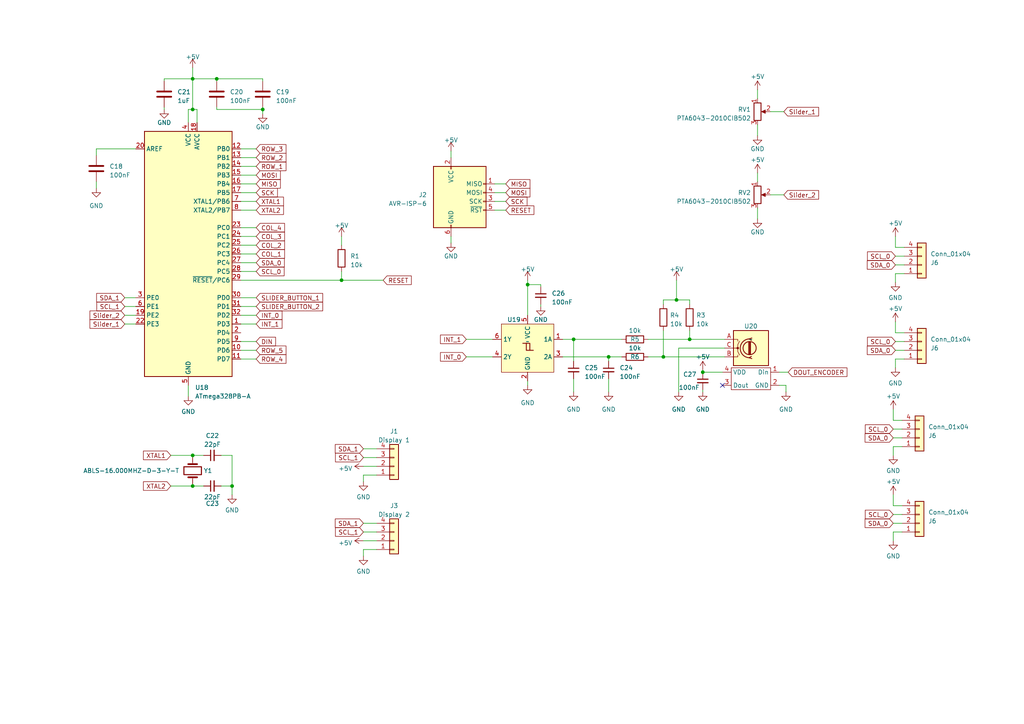
<source format=kicad_sch>
(kicad_sch (version 20230121) (generator eeschema)
  (paper "A4")
  (lib_symbols
    (symbol "Connector:AVR-ISP-6" (pin_names (offset 1.016))
      (property "Reference" "J" (at -6.35 11.43 0))
      (property "Value" "AVR-ISP-6" (at 0 11.43 0))
      (symbol "AVR-ISP-6_0_1"
        (rectangle (start -2.667 -6.858) (end -2.413 -7.62))
        (rectangle (start -2.667 10.16) (end -2.413 9.398))
        (rectangle (start 7.62 -2.413) (end 6.858 -2.667))
        (rectangle (start 7.62 0.127) (end 6.858 -0.127))
        (rectangle (start 7.62 2.667) (end 6.858 2.413))
        (rectangle (start 7.62 5.207) (end 6.858 4.953))
        (rectangle (start 7.62 10.16) (end -7.62 -7.62) (stroke (width 0.254)) (fill (type background)))
      )
      (symbol "AVR-ISP-6_1_1"
        (pin passive line (at 10.16 5.08 180) (length 2.54) (name "MISO") (number "1"))
        (pin passive line (at -2.54 12.7 270) (length 2.54) (name "VCC") (number "2"))
        (pin passive line (at 10.16 0 180) (length 2.54) (name "SCK") (number "3"))
        (pin passive line (at 10.16 2.54 180) (length 2.54) (name "MOSI") (number "4"))
        (pin passive line (at 10.16 -2.54 180) (length 2.54) (name "~{RST}") (number "5"))
        (pin passive line (at -2.54 -10.16 90) (length 2.54) (name "GND") (number "6"))
      )
    )
    (symbol "Connector_Generic:Conn_01x04" (pin_names (offset 1.016) hide)
      (property "Reference" "J" (at 0 5.08 0))
      (property "Value" "Conn_01x04" (at 0 -7.62 0))
      (symbol "Conn_01x04_1_1"
        (rectangle (start -1.27 -4.953) (end 0 -5.207) (stroke (width 0.1524)))
        (rectangle (start -1.27 -2.413) (end 0 -2.667) (stroke (width 0.1524)))
        (rectangle (start -1.27 0.127) (end 0 -0.127) (stroke (width 0.1524)))
        (rectangle (start -1.27 2.667) (end 0 2.413) (stroke (width 0.1524)))
        (rectangle (start -1.27 3.81) (end 1.27 -6.35) (stroke (width 0.254)) (fill (type background)))
        (pin passive line (at -5.08 2.54 0) (length 3.81) (name "Pin_1") (number "1"))
        (pin passive line (at -5.08 0 0) (length 3.81) (name "Pin_2") (number "2"))
        (pin passive line (at -5.08 -2.54 0) (length 3.81) (name "Pin_3") (number "3"))
        (pin passive line (at -5.08 -5.08 0) (length 3.81) (name "Pin_4") (number "4"))
      )
    )
    (symbol "Device:C" (pin_numbers hide) (pin_names (offset 0.254))
      (property "Reference" "C" (at 0.635 2.54 0))
      (property "Value" "C" (at 0.635 -2.54 0))
      (symbol "C_0_1"
        (polyline (pts (xy -2.032 -0.762) (xy 2.032 -0.762)) (stroke (width 0.508)))
        (polyline (pts (xy -2.032 0.762) (xy 2.032 0.762)) (stroke (width 0.508)))
      )
      (symbol "C_1_1"
        (pin passive line (at 0 3.81 270) (length 2.794) (name "~") (number "1"))
        (pin passive line (at 0 -3.81 90) (length 2.794) (name "~") (number "2"))
      )
    )
    (symbol "Device:C_Small" (pin_numbers hide) (pin_names (offset 0.254) hide)
      (property "Reference" "C" (at 0.254 1.778 0))
      (property "Value" "C_Small" (at 0.254 -2.032 0))
      (symbol "C_Small_0_1"
        (polyline (pts (xy -1.524 -0.508) (xy 1.524 -0.508)) (stroke (width 0.3302)))
        (polyline (pts (xy -1.524 0.508) (xy 1.524 0.508)) (stroke (width 0.3048)))
      )
      (symbol "C_Small_1_1"
        (pin passive line (at 0 2.54 270) (length 2.032) (name "~") (number "1"))
        (pin passive line (at 0 -2.54 90) (length 2.032) (name "~") (number "2"))
      )
    )
    (symbol "Device:Crystal" (pin_numbers hide) (pin_names (offset 1.016) hide)
      (property "Reference" "Y" (at 0 3.81 0))
      (property "Value" "Crystal" (at 0 -3.81 0))
      (symbol "Crystal_0_1"
        (rectangle (start -1.143 2.54) (end 1.143 -2.54) (stroke (width 0.3048)))
        (polyline (pts (xy -2.54 0) (xy -1.905 0)))
        (polyline (pts (xy -1.905 -1.27) (xy -1.905 1.27)) (stroke (width 0.508)))
        (polyline (pts (xy 1.905 -1.27) (xy 1.905 1.27)) (stroke (width 0.508)))
        (polyline (pts (xy 2.54 0) (xy 1.905 0)))
      )
      (symbol "Crystal_1_1"
        (pin passive line (at -3.81 0 0) (length 1.27) (name "1") (number "1"))
        (pin passive line (at 3.81 0 180) (length 1.27) (name "2") (number "2"))
      )
    )
    (symbol "Device:R" (pin_numbers hide) (pin_names (offset 0))
      (property "Reference" "R" (at 2.032 0 90))
      (property "Value" "R" (at 0 0 90))
      (symbol "R_0_1"
        (rectangle (start -1.016 -2.54) (end 1.016 2.54) (stroke (width 0.254)))
      )
      (symbol "R_1_1"
        (pin passive line (at 0 3.81 270) (length 1.27) (name "~") (number "1"))
        (pin passive line (at 0 -3.81 90) (length 1.27) (name "~") (number "2"))
      )
    )
    (symbol "Device:R_Potentiometer" (pin_names (offset 1.016) hide)
      (property "Reference" "RV" (at -4.445 0 90))
      (property "Value" "R_Potentiometer" (at -2.54 0 90))
      (symbol "R_Potentiometer_0_1"
        (polyline (pts (xy 2.54 0) (xy 1.524 0)))
        (polyline (pts (xy 1.143 0) (xy 2.286 0.508) (xy 2.286 -0.508) (xy 1.143 0)) (fill (type outline)))
        (rectangle (start 1.016 2.54) (end -1.016 -2.54) (stroke (width 0.254)))
      )
      (symbol "R_Potentiometer_1_1"
        (pin passive line (at 0 3.81 270) (length 1.27) (name "1") (number "1"))
        (pin passive line (at 3.81 0 180) (length 1.27) (name "2") (number "2"))
        (pin passive line (at 0 -3.81 90) (length 1.27) (name "3") (number "3"))
      )
    )
    (symbol "Encoder:Alps_EC12_with_Neopixel"
      (property "Reference" "U" (at 0 3.81 0))
      (symbol "Alps_EC12_with_Neopixel_0_1"
        (rectangle (start -5.715 -8.255) (end 5.715 -14.605))
        (rectangle (start -5.08 2.54) (end 5.08 -7.62) (stroke (width 0.254)) (fill (type background)))
        (circle (center -3.81 -2.54) (radius 0.254) (fill (type outline)))
        (circle (center -0.381 -2.54) (radius 1.905) (stroke (width 0.254)))
        (arc (start -0.381 0.127) (mid -3.0988 -2.6035) (end -0.381 -5.334) (stroke (width 0.254)))
        (polyline (pts (xy -0.635 -4.318) (xy -0.635 -0.762)) (stroke (width 0.254)))
        (polyline (pts (xy -0.381 -4.318) (xy -0.381 -0.762)) (stroke (width 0.254)))
        (polyline (pts (xy -0.127 -0.762) (xy -0.127 -4.318)) (stroke (width 0.254)))
        (polyline (pts (xy -5.08 -5.08) (xy -3.81 -5.08) (xy -3.81 -4.572)))
        (polyline (pts (xy -5.08 0) (xy -3.81 0) (xy -3.81 -0.508)))
        (polyline (pts (xy 0.254 -5.588) (xy -0.508 -5.334) (xy 0.127 -4.953)) (stroke (width 0.254)))
        (polyline (pts (xy 0.254 0.381) (xy -0.508 0.127) (xy 0.127 -0.254)) (stroke (width 0.254)))
        (polyline (pts (xy -5.08 -2.54) (xy -3.81 -2.54) (xy -3.81 -3.556) (xy -3.302 -4.572)))
        (polyline (pts (xy -4.318 -2.54) (xy -3.81 -2.54) (xy -3.81 -1.524) (xy -3.302 -0.508)))
      )
      (symbol "Alps_EC12_with_Neopixel_1_1"
        (pin input line (at 8.255 -9.525 180) (length 2.54) (name "Din") (number "1"))
        (pin input line (at 8.255 -13.335 180) (length 2.54) (name "GND") (number "2"))
        (pin input line (at -8.255 -13.335 0) (length 2.54) (name "Dout") (number "3"))
        (pin input line (at -8.255 -9.525 0) (length 2.54) (name "VDD") (number "4"))
        (pin passive line (at -7.62 0 0) (length 2.54) (name "") (number "A"))
        (pin passive line (at -7.62 -5.08 0) (length 2.54) (name "") (number "B"))
        (pin passive line (at -7.62 -2.54 0) (length 2.54) (name "") (number "C"))
      )
    )
    (symbol "ICs:SN74LVC2G17DCKR"
      (property "Reference" "U" (at 1.905 9.525 0))
      (symbol "SN74LVC2G17DCKR_0_1"
        (polyline (pts (xy 0.381 1.397) (xy 1.397 1.397)) (stroke (width 0.254)) (fill (type background)))
        (polyline (pts (xy -0.635 -0.635) (xy -0.635 1.397) (xy 0.381 1.397) (xy 0.381 -0.635) (xy -1.651 -0.635)) (stroke (width 0.254)) (fill (type background)))
      )
      (symbol "SN74LVC2G17DCKR_1_1"
        (rectangle (start -7.62 6.985) (end 7.62 -6.985) (fill (type background)))
        (pin input line (at -10.16 2.54 0) (length 2.54) (name "1A") (number "1"))
        (pin input line (at 0 -9.525 90) (length 2.54) (name "GND") (number "2"))
        (pin input line (at -10.16 -2.54 0) (length 2.54) (name "2A") (number "3"))
        (pin input line (at 10.16 -2.54 180) (length 2.54) (name "2Y") (number "4"))
        (pin input line (at 0 9.525 270) (length 2.54) (name "VCC") (number "5"))
        (pin input line (at 10.16 2.54 180) (length 2.54) (name "1Y") (number "6"))
      )
    )
    (symbol "MCU_Microchip_ATmega:ATmega328PB-A"
      (property "Reference" "U" (at -12.7 36.83 0))
      (property "Value" "ATmega328PB-A" (at 2.54 -36.83 0))
      (symbol "ATmega328PB-A_0_1"
        (rectangle (start -12.7 -35.56) (end 12.7 35.56) (stroke (width 0.254)) (fill (type background)))
      )
      (symbol "ATmega328PB-A_1_1"
        (pin bidirectional line (at 15.24 -20.32 180) (length 2.54) (name "PD3") (number "1"))
        (pin bidirectional line (at 15.24 -27.94 180) (length 2.54) (name "PD6") (number "10"))
        (pin bidirectional line (at 15.24 -30.48 180) (length 2.54) (name "PD7") (number "11"))
        (pin bidirectional line (at 15.24 30.48 180) (length 2.54) (name "PB0") (number "12"))
        (pin bidirectional line (at 15.24 27.94 180) (length 2.54) (name "PB1") (number "13"))
        (pin bidirectional line (at 15.24 25.4 180) (length 2.54) (name "PB2") (number "14"))
        (pin bidirectional line (at 15.24 22.86 180) (length 2.54) (name "PB3") (number "15"))
        (pin bidirectional line (at 15.24 20.32 180) (length 2.54) (name "PB4") (number "16"))
        (pin bidirectional line (at 15.24 17.78 180) (length 2.54) (name "PB5") (number "17"))
        (pin power_in line (at 2.54 38.1 270) (length 2.54) (name "AVCC") (number "18"))
        (pin bidirectional line (at -15.24 -17.78 0) (length 2.54) (name "PE2") (number "19"))
        (pin bidirectional line (at 15.24 -22.86 180) (length 2.54) (name "PD4") (number "2"))
        (pin passive line (at -15.24 30.48 0) (length 2.54) (name "AREF") (number "20"))
        (pin passive line (at 0 -38.1 90) (length 2.54) hide (name "GND") (number "21"))
        (pin bidirectional line (at -15.24 -20.32 0) (length 2.54) (name "PE3") (number "22"))
        (pin bidirectional line (at 15.24 7.62 180) (length 2.54) (name "PC0") (number "23"))
        (pin bidirectional line (at 15.24 5.08 180) (length 2.54) (name "PC1") (number "24"))
        (pin bidirectional line (at 15.24 2.54 180) (length 2.54) (name "PC2") (number "25"))
        (pin bidirectional line (at 15.24 0 180) (length 2.54) (name "PC3") (number "26"))
        (pin bidirectional line (at 15.24 -2.54 180) (length 2.54) (name "PC4") (number "27"))
        (pin bidirectional line (at 15.24 -5.08 180) (length 2.54) (name "PC5") (number "28"))
        (pin bidirectional line (at 15.24 -7.62 180) (length 2.54) (name "~{RESET}/PC6") (number "29"))
        (pin bidirectional line (at -15.24 -12.7 0) (length 2.54) (name "PE0") (number "3"))
        (pin bidirectional line (at 15.24 -12.7 180) (length 2.54) (name "PD0") (number "30"))
        (pin bidirectional line (at 15.24 -15.24 180) (length 2.54) (name "PD1") (number "31"))
        (pin bidirectional line (at 15.24 -17.78 180) (length 2.54) (name "PD2") (number "32"))
        (pin power_in line (at 0 38.1 270) (length 2.54) (name "VCC") (number "4"))
        (pin power_in line (at 0 -38.1 90) (length 2.54) (name "GND") (number "5"))
        (pin bidirectional line (at -15.24 -15.24 0) (length 2.54) (name "PE1") (number "6"))
        (pin bidirectional line (at 15.24 15.24 180) (length 2.54) (name "XTAL1/PB6") (number "7"))
        (pin bidirectional line (at 15.24 12.7 180) (length 2.54) (name "XTAL2/PB7") (number "8"))
        (pin bidirectional line (at 15.24 -25.4 180) (length 2.54) (name "PD5") (number "9"))
      )
    )
    (symbol "power:+5V" (power) (pin_names (offset 0))
      (property "Value" "+5V" (at 0 3.556 0))
      (symbol "+5V_0_1"
        (polyline (pts (xy -0.762 1.27) (xy 0 2.54)))
        (polyline (pts (xy 0 0) (xy 0 2.54)))
        (polyline (pts (xy 0 2.54) (xy 0.762 1.27)))
      )
      (symbol "+5V_1_1"
        (pin power_in line (at 0 0 90) (length 0) hide (name "+5V") (number "1"))
      )
    )
    (symbol "power:GND" (power) (pin_names (offset 0))
      (property "Value" "GND" (at 0 -3.81 0))
      (symbol "GND_0_1"
        (polyline (pts (xy 0 0) (xy 0 -1.27) (xy 1.27 -1.27) (xy 0 -2.54) (xy -1.27 -1.27) (xy 0 -1.27)))
      )
      (symbol "GND_1_1"
        (pin power_in line (at 0 0 270) (length 0) hide (name "GND") (number "1"))
      )
    )
  )
  (junction (at 203.835 107.95))
  (junction (at 99.06 81.28))
  (junction (at 55.88 132.08))
  (junction (at 55.88 22.86))
  (junction (at 55.88 140.97))
  (junction (at 192.405 103.505))
  (junction (at 153.035 82.55))
  (junction (at 196.215 86.995))
  (junction (at 166.37 98.425))
  (junction (at 176.53 103.505))
  (junction (at 200.025 98.425))
  (junction (at 62.865 22.86))
  (junction (at 55.88 31.75))
  (junction (at 76.2 31.75))
  (junction (at 67.31 140.97))
  (no_connect (at 209.55 111.76))
  (wire (pts (xy 219.71 60.325) (xy 219.71 63.5)))
  (wire (pts (xy 55.88 132.08) (xy 55.88 132.715)))
  (wire (pts (xy 55.88 22.86) (xy 62.865 22.86)))
  (wire (pts (xy 135.255 103.505) (xy 142.875 103.505)))
  (wire (pts (xy 36.195 88.9) (xy 39.37 88.9)))
  (wire (pts (xy 69.85 50.8) (xy 74.295 50.8)))
  (wire (pts (xy 196.85 100.965) (xy 196.85 113.665)))
  (wire (pts (xy 105.41 130.175) (xy 109.22 130.175)))
  (wire (pts (xy 176.53 103.505) (xy 176.53 104.775)))
  (wire (pts (xy 62.865 23.495) (xy 62.865 22.86)))
  (wire (pts (xy 36.195 86.36) (xy 39.37 86.36)))
  (wire (pts (xy 163.195 103.505) (xy 176.53 103.505)))
  (wire (pts (xy 105.41 159.385) (xy 105.41 161.29)))
  (wire (pts (xy 36.195 91.44) (xy 39.37 91.44)))
  (wire (pts (xy 153.035 110.49) (xy 153.035 111.76)))
  (wire (pts (xy 69.85 93.98) (xy 74.295 93.98)))
  (wire (pts (xy 69.85 101.6) (xy 74.295 101.6)))
  (wire (pts (xy 27.94 43.18) (xy 27.94 45.085)))
  (wire (pts (xy 105.41 135.255) (xy 109.22 135.255)))
  (wire (pts (xy 105.41 154.305) (xy 109.22 154.305)))
  (wire (pts (xy 259.715 71.755) (xy 259.715 68.58)))
  (wire (pts (xy 74.295 104.14) (xy 69.85 104.14)))
  (wire (pts (xy 210.185 100.965) (xy 196.85 100.965)))
  (wire (pts (xy 219.71 36.195) (xy 219.71 39.37)))
  (wire (pts (xy 261.62 129.54) (xy 259.08 129.54)))
  (wire (pts (xy 99.06 68.58) (xy 99.06 71.12)))
  (wire (pts (xy 219.71 50.165) (xy 219.71 52.705)))
  (wire (pts (xy 153.035 81.28) (xy 153.035 82.55)))
  (wire (pts (xy 105.41 132.715) (xy 109.22 132.715)))
  (wire (pts (xy 203.835 107.315) (xy 203.835 107.95)))
  (wire (pts (xy 130.81 68.58) (xy 130.81 70.485)))
  (wire (pts (xy 69.85 66.04) (xy 74.295 66.04)))
  (wire (pts (xy 156.845 82.55) (xy 153.035 82.55)))
  (wire (pts (xy 69.85 88.9) (xy 74.295 88.9)))
  (wire (pts (xy 69.85 43.18) (xy 74.295 43.18)))
  (wire (pts (xy 166.37 109.855) (xy 166.37 113.665)))
  (wire (pts (xy 227.33 56.515) (xy 223.52 56.515)))
  (wire (pts (xy 49.53 140.97) (xy 55.88 140.97)))
  (wire (pts (xy 69.85 58.42) (xy 74.295 58.42)))
  (wire (pts (xy 203.835 113.665) (xy 203.835 113.03)))
  (wire (pts (xy 259.715 76.835) (xy 262.255 76.835)))
  (wire (pts (xy 69.85 81.28) (xy 99.06 81.28)))
  (wire (pts (xy 227.33 32.385) (xy 223.52 32.385)))
  (wire (pts (xy 39.37 43.18) (xy 27.94 43.18)))
  (wire (pts (xy 259.08 124.46) (xy 261.62 124.46)))
  (wire (pts (xy 67.31 132.08) (xy 67.31 140.97)))
  (wire (pts (xy 55.88 31.75) (xy 55.88 22.86)))
  (wire (pts (xy 192.405 86.995) (xy 196.215 86.995)))
  (wire (pts (xy 74.295 53.34) (xy 69.85 53.34)))
  (wire (pts (xy 227.965 111.76) (xy 227.965 113.665)))
  (wire (pts (xy 259.715 101.6) (xy 262.255 101.6)))
  (wire (pts (xy 109.22 137.795) (xy 105.41 137.795)))
  (wire (pts (xy 62.865 31.75) (xy 76.2 31.75)))
  (wire (pts (xy 143.51 58.42) (xy 146.685 58.42)))
  (wire (pts (xy 76.2 31.75) (xy 76.2 33.02)))
  (wire (pts (xy 69.85 91.44) (xy 74.295 91.44)))
  (wire (pts (xy 69.85 99.06) (xy 74.295 99.06)))
  (wire (pts (xy 69.85 45.72) (xy 74.295 45.72)))
  (wire (pts (xy 166.37 104.775) (xy 166.37 98.425)))
  (wire (pts (xy 166.37 98.425) (xy 180.34 98.425)))
  (wire (pts (xy 105.41 151.765) (xy 109.22 151.765)))
  (wire (pts (xy 153.035 82.55) (xy 153.035 91.44)))
  (wire (pts (xy 200.025 95.885) (xy 200.025 98.425)))
  (wire (pts (xy 192.405 103.505) (xy 192.405 95.885)))
  (wire (pts (xy 69.85 73.66) (xy 74.295 73.66)))
  (wire (pts (xy 54.61 31.75) (xy 55.88 31.75)))
  (wire (pts (xy 261.62 154.305) (xy 259.08 154.305)))
  (wire (pts (xy 228.6 107.95) (xy 226.06 107.95)))
  (wire (pts (xy 49.53 132.08) (xy 55.88 132.08)))
  (wire (pts (xy 261.62 146.685) (xy 259.08 146.685)))
  (wire (pts (xy 200.025 88.265) (xy 200.025 86.995)))
  (wire (pts (xy 69.85 55.88) (xy 74.295 55.88)))
  (wire (pts (xy 176.53 103.505) (xy 180.34 103.505)))
  (wire (pts (xy 203.835 107.95) (xy 209.55 107.95)))
  (wire (pts (xy 135.255 98.425) (xy 142.875 98.425)))
  (wire (pts (xy 69.85 68.58) (xy 74.295 68.58)))
  (wire (pts (xy 259.08 154.305) (xy 259.08 156.845)))
  (wire (pts (xy 192.405 88.265) (xy 192.405 86.995)))
  (wire (pts (xy 69.85 71.12) (xy 74.295 71.12)))
  (wire (pts (xy 55.88 132.08) (xy 59.055 132.08)))
  (wire (pts (xy 261.62 121.92) (xy 259.08 121.92)))
  (wire (pts (xy 54.61 31.75) (xy 54.61 35.56)))
  (wire (pts (xy 69.85 48.26) (xy 74.295 48.26)))
  (wire (pts (xy 259.08 151.765) (xy 261.62 151.765)))
  (wire (pts (xy 55.88 19.685) (xy 55.88 22.86)))
  (wire (pts (xy 259.08 129.54) (xy 259.08 132.08)))
  (wire (pts (xy 130.81 43.815) (xy 130.81 45.72)))
  (wire (pts (xy 47.625 23.495) (xy 47.625 22.86)))
  (wire (pts (xy 210.185 103.505) (xy 192.405 103.505)))
  (wire (pts (xy 163.195 98.425) (xy 166.37 98.425)))
  (wire (pts (xy 259.08 127) (xy 261.62 127)))
  (wire (pts (xy 259.08 121.92) (xy 259.08 118.745)))
  (wire (pts (xy 105.41 156.845) (xy 109.22 156.845)))
  (wire (pts (xy 62.865 22.86) (xy 76.2 22.86)))
  (wire (pts (xy 262.255 71.755) (xy 259.715 71.755)))
  (wire (pts (xy 176.53 109.855) (xy 176.53 113.665)))
  (wire (pts (xy 259.715 104.14) (xy 259.715 106.68)))
  (wire (pts (xy 187.96 103.505) (xy 192.405 103.505)))
  (wire (pts (xy 76.2 22.86) (xy 76.2 23.495)))
  (wire (pts (xy 187.96 98.425) (xy 200.025 98.425)))
  (wire (pts (xy 156.845 88.9) (xy 156.845 88.265)))
  (wire (pts (xy 69.85 86.36) (xy 74.295 86.36)))
  (wire (pts (xy 262.255 104.14) (xy 259.715 104.14)))
  (wire (pts (xy 99.06 78.74) (xy 99.06 81.28)))
  (wire (pts (xy 99.06 81.28) (xy 111.125 81.28)))
  (wire (pts (xy 259.715 74.295) (xy 262.255 74.295)))
  (wire (pts (xy 67.31 140.97) (xy 67.31 143.51)))
  (wire (pts (xy 259.08 149.225) (xy 261.62 149.225)))
  (wire (pts (xy 64.135 140.97) (xy 67.31 140.97)))
  (wire (pts (xy 105.41 137.795) (xy 105.41 139.7)))
  (wire (pts (xy 69.85 78.74) (xy 74.295 78.74)))
  (wire (pts (xy 226.06 111.76) (xy 227.965 111.76)))
  (wire (pts (xy 47.625 31.75) (xy 47.625 31.115)))
  (wire (pts (xy 143.51 60.96) (xy 146.685 60.96)))
  (wire (pts (xy 219.71 26.035) (xy 219.71 28.575)))
  (wire (pts (xy 69.85 76.2) (xy 74.295 76.2)))
  (wire (pts (xy 259.715 96.52) (xy 259.715 93.345)))
  (wire (pts (xy 27.94 52.705) (xy 27.94 54.61)))
  (wire (pts (xy 196.215 86.995) (xy 200.025 86.995)))
  (wire (pts (xy 47.625 22.86) (xy 55.88 22.86)))
  (wire (pts (xy 156.845 83.185) (xy 156.845 82.55)))
  (wire (pts (xy 262.255 96.52) (xy 259.715 96.52)))
  (wire (pts (xy 210.185 98.425) (xy 200.025 98.425)))
  (wire (pts (xy 36.195 93.98) (xy 39.37 93.98)))
  (wire (pts (xy 196.215 86.995) (xy 196.215 81.28)))
  (wire (pts (xy 76.2 31.115) (xy 76.2 31.75)))
  (wire (pts (xy 55.88 31.75) (xy 57.15 31.75)))
  (wire (pts (xy 262.255 79.375) (xy 259.715 79.375)))
  (wire (pts (xy 259.715 99.06) (xy 262.255 99.06)))
  (wire (pts (xy 62.865 31.75) (xy 62.865 31.115)))
  (wire (pts (xy 259.08 146.685) (xy 259.08 143.51)))
  (wire (pts (xy 55.88 140.97) (xy 59.055 140.97)))
  (wire (pts (xy 55.88 140.97) (xy 55.88 140.335)))
  (wire (pts (xy 69.85 60.96) (xy 74.295 60.96)))
  (wire (pts (xy 109.22 159.385) (xy 105.41 159.385)))
  (wire (pts (xy 143.51 53.34) (xy 146.685 53.34)))
  (wire (pts (xy 54.61 111.76) (xy 54.61 114.935)))
  (wire (pts (xy 143.51 55.88) (xy 146.685 55.88)))
  (wire (pts (xy 64.135 132.08) (xy 67.31 132.08)))
  (wire (pts (xy 259.715 79.375) (xy 259.715 81.915)))
  (wire (pts (xy 57.15 31.75) (xy 57.15 35.56)))
  (global_label "SLIDER_BUTTON_1" (shape input) (at 74.295 86.36 0) (property "Intersheetrefs" "${INTERSHEET_REFS}" (effects hide)))
  (global_label "XTAL2" (shape input) (at 49.53 140.97 180) (property "Intersheetrefs" "${INTERSHEET_REFS}" (effects hide)))
  (global_label "SCL_1" (shape input) (at 105.41 154.305 180) (property "Intersheetrefs" "${INTERSHEET_REFS}" (effects hide)))
  (global_label "INT_1" (shape input) (at 135.255 98.425 180) (property "Intersheetrefs" "${INTERSHEET_REFS}" (effects hide)))
  (global_label "INT_0" (shape input) (at 135.255 103.505 180) (property "Intersheetrefs" "${INTERSHEET_REFS}" (effects hide)))
  (global_label "DIN" (shape input) (at 74.295 99.06 0) (property "Intersheetrefs" "${INTERSHEET_REFS}" (effects hide)))
  (global_label "COL_4" (shape input) (at 74.295 66.04 0) (property "Intersheetrefs" "${INTERSHEET_REFS}" (effects hide)))
  (global_label "SCL_0" (shape input) (at 259.08 149.225 180) (property "Intersheetrefs" "${INTERSHEET_REFS}" (effects hide)))
  (global_label "ROW_1" (shape input) (at 74.295 48.26 0) (property "Intersheetrefs" "${INTERSHEET_REFS}" (effects hide)))
  (global_label "Slider_1" (shape input) (at 36.195 93.98 180) (property "Intersheetrefs" "${INTERSHEET_REFS}" (effects hide)))
  (global_label "COL_3" (shape input) (at 74.295 68.58 0) (property "Intersheetrefs" "${INTERSHEET_REFS}" (effects hide)))
  (global_label "Slider_2" (shape input) (at 227.33 56.515 0) (property "Intersheetrefs" "${INTERSHEET_REFS}" (effects hide)))
  (global_label "SDA_1" (shape input) (at 105.41 151.765 180) (property "Intersheetrefs" "${INTERSHEET_REFS}" (effects hide)))
  (global_label "XTAL2" (shape input) (at 74.295 60.96 0) (property "Intersheetrefs" "${INTERSHEET_REFS}" (effects hide)))
  (global_label "SDA_0" (shape input) (at 259.08 151.765 180) (property "Intersheetrefs" "${INTERSHEET_REFS}" (effects hide)))
  (global_label "SCL_0" (shape input) (at 259.715 74.295 180) (property "Intersheetrefs" "${INTERSHEET_REFS}" (effects hide)))
  (global_label "XTAL1" (shape input) (at 74.295 58.42 0) (property "Intersheetrefs" "${INTERSHEET_REFS}" (effects hide)))
  (global_label "Slider_1" (shape input) (at 227.33 32.385 0) (property "Intersheetrefs" "${INTERSHEET_REFS}" (effects hide)))
  (global_label "DOUT_ENCODER" (shape input) (at 228.6 107.95 0) (property "Intersheetrefs" "${INTERSHEET_REFS}" (effects hide)))
  (global_label "ROW_2" (shape input) (at 74.295 45.72 0) (property "Intersheetrefs" "${INTERSHEET_REFS}" (effects hide)))
  (global_label "SCL_1" (shape input) (at 36.195 88.9 180) (property "Intersheetrefs" "${INTERSHEET_REFS}" (effects hide)))
  (global_label "ROW_4" (shape input) (at 74.295 104.14 0) (property "Intersheetrefs" "${INTERSHEET_REFS}" (effects hide)))
  (global_label "SDA_1" (shape input) (at 105.41 130.175 180) (property "Intersheetrefs" "${INTERSHEET_REFS}" (effects hide)))
  (global_label "Slider_2" (shape input) (at 36.195 91.44 180) (property "Intersheetrefs" "${INTERSHEET_REFS}" (effects hide)))
  (global_label "RESET" (shape input) (at 146.685 60.96 0) (property "Intersheetrefs" "${INTERSHEET_REFS}" (effects hide)))
  (global_label "SDA_0" (shape input) (at 74.295 76.2 0) (property "Intersheetrefs" "${INTERSHEET_REFS}" (effects hide)))
  (global_label "ROW_5" (shape input) (at 74.295 101.6 0) (property "Intersheetrefs" "${INTERSHEET_REFS}" (effects hide)))
  (global_label "INT_0" (shape input) (at 74.295 91.44 0) (property "Intersheetrefs" "${INTERSHEET_REFS}" (effects hide)))
  (global_label "ROW_3" (shape input) (at 74.295 43.18 0) (property "Intersheetrefs" "${INTERSHEET_REFS}" (effects hide)))
  (global_label "SLIDER_BUTTON_2" (shape input) (at 74.295 88.9 0) (property "Intersheetrefs" "${INTERSHEET_REFS}" (effects hide)))
  (global_label "SDA_0" (shape input) (at 259.08 127 180) (property "Intersheetrefs" "${INTERSHEET_REFS}" (effects hide)))
  (global_label "MISO" (shape input) (at 146.685 53.34 0) (property "Intersheetrefs" "${INTERSHEET_REFS}" (effects hide)))
  (global_label "SCK" (shape input) (at 146.685 58.42 0) (property "Intersheetrefs" "${INTERSHEET_REFS}" (effects hide)))
  (global_label "SDA_0" (shape input) (at 259.715 101.6 180) (property "Intersheetrefs" "${INTERSHEET_REFS}" (effects hide)))
  (global_label "RESET" (shape input) (at 111.125 81.28 0) (property "Intersheetrefs" "${INTERSHEET_REFS}" (effects hide)))
  (global_label "INT_1" (shape input) (at 74.295 93.98 0) (property "Intersheetrefs" "${INTERSHEET_REFS}" (effects hide)))
  (global_label "SDA_0" (shape input) (at 259.715 76.835 180) (property "Intersheetrefs" "${INTERSHEET_REFS}" (effects hide)))
  (global_label "XTAL1" (shape input) (at 49.53 132.08 180) (property "Intersheetrefs" "${INTERSHEET_REFS}" (effects hide)))
  (global_label "SCL_0" (shape input) (at 259.715 99.06 180) (property "Intersheetrefs" "${INTERSHEET_REFS}" (effects hide)))
  (global_label "COL_2" (shape input) (at 74.295 71.12 0) (property "Intersheetrefs" "${INTERSHEET_REFS}" (effects hide)))
  (global_label "MISO" (shape input) (at 74.295 53.34 0) (property "Intersheetrefs" "${INTERSHEET_REFS}" (effects hide)))
  (global_label "SDA_1" (shape input) (at 36.195 86.36 180) (property "Intersheetrefs" "${INTERSHEET_REFS}" (effects hide)))
  (global_label "SCL_0" (shape input) (at 74.295 78.74 0) (property "Intersheetrefs" "${INTERSHEET_REFS}" (effects hide)))
  (global_label "MOSI" (shape input) (at 74.295 50.8 0) (property "Intersheetrefs" "${INTERSHEET_REFS}" (effects hide)))
  (global_label "SCK" (shape input) (at 74.295 55.88 0) (property "Intersheetrefs" "${INTERSHEET_REFS}" (effects hide)))
  (global_label "COL_1" (shape input) (at 74.295 73.66 0) (property "Intersheetrefs" "${INTERSHEET_REFS}" (effects hide)))
  (global_label "MOSI" (shape input) (at 146.685 55.88 0) (property "Intersheetrefs" "${INTERSHEET_REFS}" (effects hide)))
  (global_label "SCL_1" (shape input) (at 105.41 132.715 180) (property "Intersheetrefs" "${INTERSHEET_REFS}" (effects hide)))
  (global_label "SCL_0" (shape input) (at 259.08 124.46 180) (property "Intersheetrefs" "${INTERSHEET_REFS}" (effects hide)))
  (symbol (lib_id "power:GND") (at 47.625 31.75 0) (unit 1)
    (property "Reference" "#PWR072" (effects hide))
    (property "Value" "GND" (at 47.625 35.56 0))
  )
  (symbol (lib_id "power:GND") (at 27.94 54.61 0) (unit 1)
    (property "Reference" "#PWR069" (effects hide))
    (property "Value" "GND" (at 27.94 59.69 0))
  )
  (symbol (lib_id "Device:R_Potentiometer") (at 219.71 32.385 0) (unit 1)
    (property "Reference" "RV1" (at 217.805 31.75 0) (effects (justify right)))
    (property "Value" "PTA6043-2010CIB502" (at 217.805 34.29 0) (effects (justify right)))
    (property "Footprint" "Potentiometer_THT:Potentiometer_Bourns_PTA6043_Single_Slide" (effects hide))
  )
  (symbol (lib_id "power:GND") (at 67.31 143.51 0) (unit 1)
    (property "Reference" "#PWR077" (effects hide))
    (property "Value" "GND" (at 67.31 147.955 0))
  )
  (symbol (lib_id "power:GND") (at 76.2 33.02 0) (unit 1)
    (property "Reference" "#PWR071" (effects hide))
    (property "Value" "GND" (at 76.2 36.83 0))
  )
  (symbol (lib_id "Device:R") (at 192.405 92.075 0) (unit 1)
    (property "Reference" "R4" (at 194.31 91.44 0) (effects (justify left)))
    (property "Value" "10k" (at 194.31 93.98 0) (effects (justify left)))
    (property "Footprint" "Resistor_SMD:R_0603_1608Metric" (effects hide))
  )
  (symbol (lib_id "power:+5V") (at 259.715 93.345 0) (unit 1)
    (property "Reference" "#PWR026" (effects hide))
    (property "Value" "+5V" (at 259.715 89.535 0))
    (instances (project "The Typeuwu" (path "" (reference "#PWR026") (unit 1)) (path "" (reference "#PWR056") (unit 1))) (project "Numpad" (path "" (reference "#PWR065") (unit 1))))
  )
  (symbol (lib_id "power:+5V") (at 99.06 68.58 0) (unit 1)
    (property "Reference" "#PWR075" (effects hide))
    (property "Value" "+5V" (at 99.06 65.405 0))
  )
  (symbol (lib_id "Device:C_Small") (at 176.53 107.315 0) (unit 1)
    (property "Reference" "C24" (at 179.705 106.6863 0) (effects (justify left)))
    (property "Value" "100nF" (at 179.705 109.2263 0) (effects (justify left)))
    (property "Footprint" "Capacitor_SMD:C_0603_1608Metric" (effects hide))
  )
  (symbol (lib_id "power:GND") (at 259.08 156.845 0) (unit 1)
    (property "Reference" "#PWR059" (effects hide))
    (property "Value" "GND" (at 259.08 161.29 0))
    (instances (project "The Typeuwu" (path "" (reference "#PWR059") (unit 1))) (project "Numpad" (path "" (reference "#PWR082") (unit 1))))
  )
  (symbol (lib_id "power:GND") (at 219.71 63.5 0) (unit 1)
    (property "Reference" "#PWR086" (effects hide))
    (property "Value" "GND" (at 219.71 67.31 0))
  )
  (symbol (lib_id "power:+5V") (at 259.715 68.58 0) (unit 1)
    (property "Reference" "#PWR026" (effects hide))
    (property "Value" "+5V" (at 259.715 64.77 0))
    (instances (project "The Typeuwu" (path "" (reference "#PWR026") (unit 1)) (path "" (reference "#PWR056") (unit 1))) (project "Numpad" (path "" (reference "#PWR063") (unit 1))))
  )
  (symbol (lib_id "Connector_Generic:Conn_01x04") (at 266.7 151.765 0) (mirror x) (unit 1)
    (property "Reference" "J6" (at 269.24 151.13 0) (effects (justify left)))
    (property "Value" "Conn_01x04" (at 269.24 148.59 0) (effects (justify left)))
    (property "Footprint" "Connector_custom:POGO Magnetic 4 Pin 2,2mm Horizontal" (effects hide))
    (instances (project "The Typeuwu" (path "" (reference "J6") (unit 1))) (project "Numpad" (path "" (reference "J7") (unit 1))))
  )
  (symbol (lib_id "Device:R") (at 99.06 74.93 0) (unit 1)
    (property "Reference" "R1" (at 101.6 74.295 0) (effects (justify left)))
    (property "Value" "10k" (at 101.6 76.835 0) (effects (justify left)))
    (property "Footprint" "Resistor_SMD:R_0603_1608Metric" (effects hide))
  )
  (symbol (lib_id "Device:Crystal") (at 55.88 136.525 90) (unit 1)
    (property "Reference" "Y1" (at 59.055 136.525 90) (effects (justify right)))
    (property "Value" "ABLS-16.000MHZ-D-3-Y-T" (at 24.13 136.525 90) (effects (justify right)))
    (property "Footprint" "Crystal:Crystal_SMD_HC49-SD" (effects hide))
  )
  (symbol (lib_id "power:GND") (at 203.835 113.665 0) (unit 1)
    (property "Reference" "#PWR067" (effects hide))
    (property "Value" "GND" (at 203.835 118.745 0))
  )
  (symbol (lib_id "power:GND") (at 196.85 113.665 0) (unit 1)
    (property "Reference" "#PWR056" (effects hide))
    (property "Value" "GND" (at 196.85 118.745 0))
  )
  (symbol (lib_id "Device:C") (at 47.625 27.305 0) (unit 1)
    (property "Reference" "C21" (at 51.435 26.67 0) (effects (justify left)))
    (property "Value" "1uF" (at 51.435 29.21 0) (effects (justify left)))
    (property "Footprint" "Capacitor_SMD:C_0603_1608Metric" (effects hide))
  )
  (symbol (lib_id "Device:C_Small") (at 166.37 107.315 0) (unit 1)
    (property "Reference" "C25" (at 169.545 106.6863 0) (effects (justify left)))
    (property "Value" "100nF" (at 169.545 109.2263 0) (effects (justify left)))
    (property "Footprint" "Capacitor_SMD:C_0603_1608Metric" (effects hide))
  )
  (symbol (lib_id "Device:C_Small") (at 203.835 110.49 0) (unit 1)
    (property "Reference" "C27" (at 198.12 108.585 0) (effects (justify left)))
    (property "Value" "100nF" (at 196.85 112.395 0) (effects (justify left)))
    (property "Footprint" "Capacitor_SMD:C_0603_1608Metric" (effects hide))
  )
  (symbol (lib_id "power:+5V") (at 55.88 19.685 0) (unit 1)
    (property "Reference" "#PWR070" (effects hide))
    (property "Value" "+5V" (at 55.88 16.51 0))
  )
  (symbol (lib_id "Connector:AVR-ISP-6") (at 133.35 58.42 0) (unit 1)
    (property "Reference" "J2" (at 123.825 56.515 0) (effects (justify right)))
    (property "Value" "AVR-ISP-6" (at 123.825 59.055 0) (effects (justify right)))
    (property "Footprint" "Connector:Tag-Connect_TC2030-IDC-NL_2x03_P1.27mm_Vertical" (effects hide))
    (property "Datasheet" " ~" (effects hide))
  )
  (symbol (lib_id "power:GND") (at 153.035 111.76 0) (unit 1)
    (property "Reference" "#PWR061" (effects hide))
    (property "Value" "GND" (at 153.035 116.84 0))
  )
  (symbol (lib_id "power:GND") (at 176.53 113.665 0) (unit 1)
    (property "Reference" "#PWR059" (effects hide))
    (property "Value" "GND" (at 176.53 118.745 0))
  )
  (symbol (lib_id "power:+5V") (at 130.81 43.815 0) (unit 1)
    (property "Reference" "#PWR074" (effects hide))
    (property "Value" "+5V" (at 130.81 40.64 0))
  )
  (symbol (lib_id "power:+5V") (at 196.215 81.28 0) (unit 1)
    (property "Reference" "#PWR057" (effects hide))
    (property "Value" "+5V" (at 196.215 78.105 0))
  )
  (symbol (lib_id "Connector_Generic:Conn_01x04") (at 266.7 127 0) (mirror x) (unit 1)
    (property "Reference" "J6" (at 269.24 126.365 0) (effects (justify left)))
    (property "Value" "Conn_01x04" (at 269.24 123.825 0) (effects (justify left)))
    (property "Footprint" "Connector_custom:POGO Magnetic 4 Pin 2,2mm Horizontal" (effects hide))
  )
  (symbol (lib_id "Device:R") (at 184.15 98.425 90) (unit 1)
    (property "Reference" "R5" (at 184.15 98.425 90))
    (property "Value" "10k" (at 184.15 95.885 90))
    (property "Footprint" "Resistor_SMD:R_0603_1608Metric" (effects hide))
  )
  (symbol (lib_id "Device:C_Small") (at 61.595 132.08 90) (unit 1)
    (property "Reference" "C22" (at 61.6013 126.365 90))
    (property "Value" "22pF" (at 61.6013 128.905 90))
    (property "Footprint" "Capacitor_SMD:C_0603_1608Metric" (effects hide))
  )
  (symbol (lib_id "Device:C") (at 62.865 27.305 0) (unit 1)
    (property "Reference" "C20" (at 66.675 26.67 0) (effects (justify left)))
    (property "Value" "100nF" (at 66.675 29.21 0) (effects (justify left)))
    (property "Footprint" "Capacitor_SMD:C_0603_1608Metric" (effects hide))
  )
  (symbol (lib_id "power:+5V") (at 203.835 107.315 0) (unit 1)
    (property "Reference" "#PWR068" (effects hide))
    (property "Value" "+5V" (at 203.835 103.505 0))
  )
  (symbol (lib_id "Encoder:Alps_EC12_with_Neopixel") (at 217.805 98.425 0) (unit 1)
    (property "Reference" "U20" (at 217.805 94.615 0))
    (property "Value" "~" (at 217.805 98.425 0))
    (property "Footprint" "Encoder:Alps EC12 with Neopixel" (effects hide))
  )
  (symbol (lib_id "power:GND") (at 130.81 70.485 0) (unit 1)
    (property "Reference" "#PWR076" (effects hide))
    (property "Value" "GND" (at 130.81 74.295 0))
  )
  (symbol (lib_id "power:+5V") (at 259.08 118.745 0) (unit 1)
    (property "Reference" "#PWR026" (effects hide))
    (property "Value" "+5V" (at 259.08 114.935 0))
    (instances (project "The Typeuwu" (path "" (reference "#PWR026") (unit 1)) (path "" (reference "#PWR056") (unit 1))) (project "Numpad" (path "" (reference "#PWR079") (unit 1))))
  )
  (symbol (lib_id "Device:C") (at 27.94 48.895 0) (unit 1)
    (property "Reference" "C18" (at 31.75 48.26 0) (effects (justify left)))
    (property "Value" "100nF" (at 31.75 50.8 0) (effects (justify left)))
    (property "Footprint" "Capacitor_SMD:C_0603_1608Metric" (effects hide))
  )
  (symbol (lib_id "Connector_Generic:Conn_01x04") (at 267.335 76.835 0) (mirror x) (unit 1)
    (property "Reference" "J6" (at 269.875 76.2 0) (effects (justify left)))
    (property "Value" "Conn_01x04" (at 269.875 73.66 0) (effects (justify left)))
    (property "Footprint" "Connector_custom:POGO Magnetic 4 Pin 2,2mm Horizontal" (effects hide))
    (instances (project "The Typeuwu" (path "" (reference "J6") (unit 1))) (project "Numpad" (path "" (reference "J4") (unit 1))))
  )
  (symbol (lib_id "power:GND") (at 105.41 139.7 0) (unit 1)
    (property "Reference" "#PWR052" (effects hide))
    (property "Value" "GND" (at 105.41 144.145 0))
  )
  (symbol (lib_id "Device:C_Small") (at 156.845 85.725 0) (unit 1)
    (property "Reference" "C26" (at 160.02 85.0963 0) (effects (justify left)))
    (property "Value" "100nF" (at 160.02 87.6363 0) (effects (justify left)))
    (property "Footprint" "Capacitor_SMD:C_0603_1608Metric" (effects hide))
  )
  (symbol (lib_id "power:GND") (at 259.715 106.68 0) (unit 1)
    (property "Reference" "#PWR059" (effects hide))
    (property "Value" "GND" (at 259.715 111.125 0))
    (instances (project "The Typeuwu" (path "" (reference "#PWR059") (unit 1))) (project "Numpad" (path "" (reference "#PWR066") (unit 1))))
  )
  (symbol (lib_id "power:+5V") (at 105.41 135.255 90) (unit 1)
    (property "Reference" "#PWR053" (effects hide))
    (property "Value" "+5V" (at 102.235 135.89 90) (effects (justify left)))
  )
  (symbol (lib_id "Connector_Generic:Conn_01x04") (at 114.3 156.845 0) (mirror x) (unit 1)
    (property "Reference" "J3" (at 114.3 146.685 0))
    (property "Value" "Display 2" (at 114.3 149.225 0))
    (property "Footprint" "Display modules:MC096VX and SSD1306 Display module 0.96”" (effects hide))
  )
  (symbol (lib_id "Device:R_Potentiometer") (at 219.71 56.515 0) (unit 1)
    (property "Reference" "RV2" (at 217.805 55.88 0) (effects (justify right)))
    (property "Value" "PTA6043-2010CIB502" (at 217.805 58.42 0) (effects (justify right)))
    (property "Footprint" "Potentiometer_THT:Potentiometer_Bourns_PTA6043_Single_Slide" (effects hide))
  )
  (symbol (lib_id "power:GND") (at 156.845 88.9 0) (unit 1)
    (property "Reference" "#PWR062" (effects hide))
    (property "Value" "GND" (at 156.845 92.71 0))
  )
  (symbol (lib_id "power:GND") (at 166.37 113.665 0) (unit 1)
    (property "Reference" "#PWR058" (effects hide))
    (property "Value" "GND" (at 166.37 118.745 0))
  )
  (symbol (lib_id "power:GND") (at 54.61 114.935 0) (unit 1)
    (property "Reference" "#PWR073" (effects hide))
    (property "Value" "GND" (at 54.61 119.38 0))
  )
  (symbol (lib_id "power:GND") (at 105.41 161.29 0) (unit 1)
    (property "Reference" "#PWR055" (effects hide))
    (property "Value" "GND" (at 105.41 165.735 0))
  )
  (symbol (lib_id "power:GND") (at 227.965 113.665 0) (unit 1)
    (property "Reference" "#PWR078" (effects hide))
    (property "Value" "GND" (at 227.965 118.745 0))
  )
  (symbol (lib_id "Device:R") (at 184.15 103.505 90) (unit 1)
    (property "Reference" "R6" (at 184.15 103.505 90))
    (property "Value" "10k" (at 184.15 100.965 90))
    (property "Footprint" "Resistor_SMD:R_0603_1608Metric" (effects hide))
  )
  (symbol (lib_id "power:GND") (at 259.715 81.915 0) (unit 1)
    (property "Reference" "#PWR059" (effects hide))
    (property "Value" "GND" (at 259.715 86.36 0))
    (instances (project "The Typeuwu" (path "" (reference "#PWR059") (unit 1))) (project "Numpad" (path "" (reference "#PWR064") (unit 1))))
  )
  (symbol (lib_id "power:GND") (at 219.71 39.37 0) (unit 1)
    (property "Reference" "#PWR084" (effects hide))
    (property "Value" "GND" (at 219.71 43.18 0))
  )
  (symbol (lib_id "Connector_Generic:Conn_01x04") (at 267.335 101.6 0) (mirror x) (unit 1)
    (property "Reference" "J6" (at 269.875 100.965 0) (effects (justify left)))
    (property "Value" "Conn_01x04" (at 269.875 98.425 0) (effects (justify left)))
    (property "Footprint" "Connector_custom:POGO Magnetic 4 Pin 2,2mm Horizontal" (effects hide))
    (instances (project "The Typeuwu" (path "" (reference "J6") (unit 1))) (project "Numpad" (path "" (reference "J5") (unit 1))))
  )
  (symbol (lib_id "Device:C_Small") (at 61.595 140.97 90) (unit 1)
    (property "Reference" "C23" (at 61.595 146.05 90))
    (property "Value" "22pF" (at 61.595 144.145 90))
    (property "Footprint" "Capacitor_SMD:C_0603_1608Metric" (effects hide))
  )
  (symbol (lib_id "power:+5V") (at 219.71 26.035 0) (unit 1)
    (property "Reference" "#PWR083" (effects hide))
    (property "Value" "+5V" (at 219.71 22.225 0))
  )
  (symbol (lib_id "Device:R") (at 200.025 92.075 0) (unit 1)
    (property "Reference" "R3" (at 201.93 91.44 0) (effects (justify left)))
    (property "Value" "10k" (at 201.93 93.98 0) (effects (justify left)))
    (property "Footprint" "Resistor_SMD:R_0603_1608Metric" (effects hide))
  )
  (symbol (lib_id "power:+5V") (at 153.035 81.28 0) (unit 1)
    (property "Reference" "#PWR060" (effects hide))
    (property "Value" "+5V" (at 153.035 78.105 0))
  )
  (symbol (lib_id "Device:C") (at 76.2 27.305 0) (unit 1)
    (property "Reference" "C19" (at 80.01 26.67 0) (effects (justify left)))
    (property "Value" "100nF" (at 80.01 29.21 0) (effects (justify left)))
    (property "Footprint" "Capacitor_SMD:C_0603_1608Metric" (effects hide))
  )
  (symbol (lib_id "power:+5V") (at 259.08 143.51 0) (unit 1)
    (property "Reference" "#PWR026" (effects hide))
    (property "Value" "+5V" (at 259.08 139.7 0))
    (instances (project "The Typeuwu" (path "" (reference "#PWR026") (unit 1)) (path "" (reference "#PWR056") (unit 1))) (project "Numpad" (path "" (reference "#PWR081") (unit 1))))
  )
  (symbol (lib_id "ICs:SN74LVC2G17DCKR") (at 153.035 100.965 0) (mirror y) (unit 1)
    (property "Reference" "U19" (at 151.0791 92.71 0) (effects (justify left)))
    (property "Value" "~" (at 153.035 99.06 0))
    (property "Footprint" "ICs:SN74LVC2G17DCKR" (effects hide))
  )
  (symbol (lib_id "power:GND") (at 259.08 132.08 0) (unit 1)
    (property "Reference" "#PWR059" (effects hide))
    (property "Value" "GND" (at 259.08 136.525 0))
    (instances (project "The Typeuwu" (path "" (reference "#PWR059") (unit 1))) (project "Numpad" (path "" (reference "#PWR080") (unit 1))))
  )
  (symbol (lib_id "MCU_Microchip_ATmega:ATmega328PB-A") (at 54.61 73.66 0) (unit 1)
    (property "Reference" "U18" (at 56.5659 112.395 0) (effects (justify left)))
    (property "Value" "ATmega328PB-A" (at 56.5659 114.935 0) (effects (justify left)))
    (property "Footprint" "Package_QFP:TQFP-32_7x7mm_P0.8mm" (effects hide))
    (property "Datasheet" "http://ww1.microchip.com/downloads/en/DeviceDoc/40001906C.pdf" (effects hide))
  )
  (symbol (lib_id "power:+5V") (at 219.71 50.165 0) (unit 1)
    (property "Reference" "#PWR085" (effects hide))
    (property "Value" "+5V" (at 219.71 46.355 0))
  )
  (symbol (lib_id "power:+5V") (at 105.41 156.845 90) (unit 1)
    (property "Reference" "#PWR054" (effects hide))
    (property "Value" "+5V" (at 102.235 157.48 90) (effects (justify left)))
  )
  (symbol (lib_id "Connector_Generic:Conn_01x04") (at 114.3 135.255 0) (mirror x) (unit 1)
    (property "Reference" "J1" (at 114.3 125.095 0))
    (property "Value" "Display 1" (at 114.3 127.635 0))
    (property "Footprint" "Display modules:MC096VX and SSD1306 Display module 0.96”" (effects hide))
  )
)
</source>
